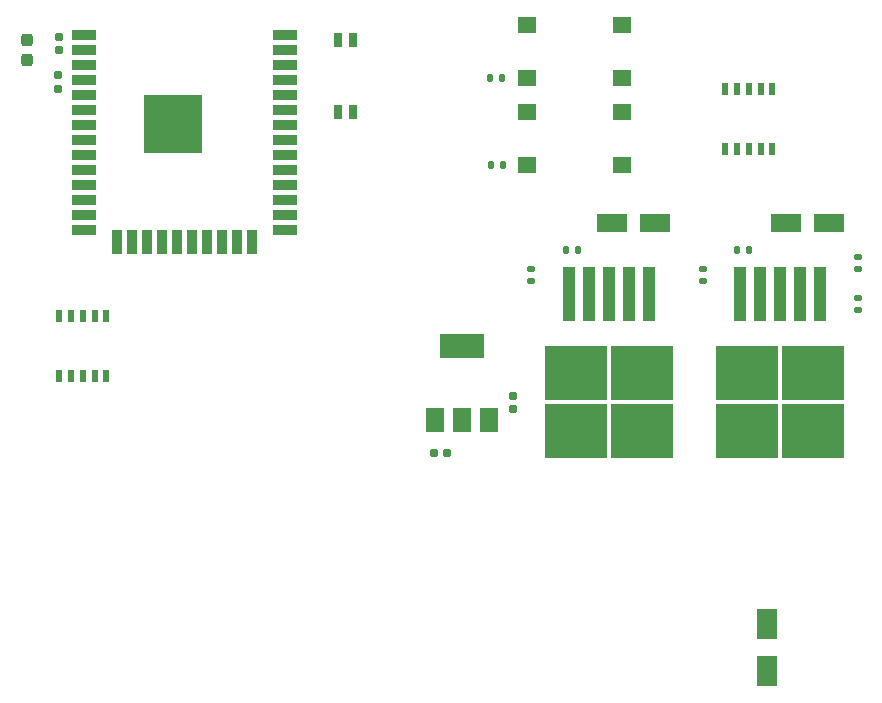
<source format=gbr>
%TF.GenerationSoftware,KiCad,Pcbnew,6.0.6-3a73a75311~116~ubuntu20.04.1*%
%TF.CreationDate,2022-07-05T17:12:33+08:00*%
%TF.ProjectId,ESP32_MAIN_V5,45535033-325f-44d4-9149-4e5f56352e6b,rev?*%
%TF.SameCoordinates,Original*%
%TF.FileFunction,Paste,Top*%
%TF.FilePolarity,Positive*%
%FSLAX46Y46*%
G04 Gerber Fmt 4.6, Leading zero omitted, Abs format (unit mm)*
G04 Created by KiCad (PCBNEW 6.0.6-3a73a75311~116~ubuntu20.04.1) date 2022-07-05 17:12:33*
%MOMM*%
%LPD*%
G01*
G04 APERTURE LIST*
G04 Aperture macros list*
%AMRoundRect*
0 Rectangle with rounded corners*
0 $1 Rounding radius*
0 $2 $3 $4 $5 $6 $7 $8 $9 X,Y pos of 4 corners*
0 Add a 4 corners polygon primitive as box body*
4,1,4,$2,$3,$4,$5,$6,$7,$8,$9,$2,$3,0*
0 Add four circle primitives for the rounded corners*
1,1,$1+$1,$2,$3*
1,1,$1+$1,$4,$5*
1,1,$1+$1,$6,$7*
1,1,$1+$1,$8,$9*
0 Add four rect primitives between the rounded corners*
20,1,$1+$1,$2,$3,$4,$5,0*
20,1,$1+$1,$4,$5,$6,$7,0*
20,1,$1+$1,$6,$7,$8,$9,0*
20,1,$1+$1,$8,$9,$2,$3,0*%
G04 Aperture macros list end*
%ADD10R,0.760000X1.250000*%
%ADD11R,1.800000X2.500000*%
%ADD12R,0.510000X1.100000*%
%ADD13R,5.250000X4.550000*%
%ADD14R,1.100000X4.600000*%
%ADD15R,5.000000X5.000000*%
%ADD16R,2.000000X0.900000*%
%ADD17R,0.900000X2.000000*%
%ADD18RoundRect,0.135000X-0.185000X0.135000X-0.185000X-0.135000X0.185000X-0.135000X0.185000X0.135000X0*%
%ADD19RoundRect,0.237500X0.237500X-0.300000X0.237500X0.300000X-0.237500X0.300000X-0.237500X-0.300000X0*%
%ADD20RoundRect,0.250000X-1.050000X-0.550000X1.050000X-0.550000X1.050000X0.550000X-1.050000X0.550000X0*%
%ADD21RoundRect,0.135000X0.185000X-0.135000X0.185000X0.135000X-0.185000X0.135000X-0.185000X-0.135000X0*%
%ADD22RoundRect,0.135000X-0.135000X-0.185000X0.135000X-0.185000X0.135000X0.185000X-0.135000X0.185000X0*%
%ADD23R,1.500000X2.000000*%
%ADD24R,3.800000X2.000000*%
%ADD25RoundRect,0.155000X0.155000X-0.212500X0.155000X0.212500X-0.155000X0.212500X-0.155000X-0.212500X0*%
%ADD26RoundRect,0.135000X0.135000X0.185000X-0.135000X0.185000X-0.135000X-0.185000X0.135000X-0.185000X0*%
%ADD27R,1.600000X1.400000*%
%ADD28RoundRect,0.155000X-0.155000X0.212500X-0.155000X-0.212500X0.155000X-0.212500X0.155000X0.212500X0*%
%ADD29RoundRect,0.155000X-0.212500X-0.155000X0.212500X-0.155000X0.212500X0.155000X-0.212500X0.155000X0*%
G04 APERTURE END LIST*
D10*
%TO.C,SW33*%
X141655800Y-40511400D03*
X140385800Y-40511400D03*
X140385800Y-46661400D03*
X141655800Y-46661400D03*
%TD*%
D11*
%TO.C,D1*%
X176682400Y-89998800D03*
X176682400Y-93998800D03*
%TD*%
D12*
%TO.C,MD2*%
X173133000Y-49794000D03*
X174133000Y-49794000D03*
X175133000Y-49794000D03*
X176133000Y-49794000D03*
X177133000Y-49794000D03*
X177133000Y-44694000D03*
X176133000Y-44694000D03*
X175133000Y-44694000D03*
X174133000Y-44694000D03*
X173133000Y-44694000D03*
%TD*%
D13*
%TO.C,U1*%
X166097000Y-73606000D03*
X160547000Y-73606000D03*
X160547000Y-68756000D03*
X166097000Y-68756000D03*
D14*
X166722000Y-62031000D03*
X165022000Y-62031000D03*
X163322000Y-62031000D03*
X161622000Y-62031000D03*
X159922000Y-62031000D03*
%TD*%
D15*
%TO.C,MCU1*%
X126381000Y-47632000D03*
D16*
X135881000Y-40132000D03*
X135881000Y-41402000D03*
X135881000Y-42672000D03*
X135881000Y-43942000D03*
X135881000Y-45212000D03*
X135881000Y-46482000D03*
X135881000Y-47752000D03*
X135881000Y-49022000D03*
X135881000Y-50292000D03*
X135881000Y-51562000D03*
X135881000Y-52832000D03*
X135881000Y-54102000D03*
X135881000Y-55372000D03*
X135881000Y-56642000D03*
D17*
X133096000Y-57642000D03*
X131826000Y-57642000D03*
X130556000Y-57642000D03*
X129286000Y-57642000D03*
X128016000Y-57642000D03*
X126746000Y-57642000D03*
X125476000Y-57642000D03*
X124206000Y-57642000D03*
X122936000Y-57642000D03*
X121666000Y-57642000D03*
D16*
X118881000Y-56642000D03*
X118881000Y-55372000D03*
X118881000Y-54102000D03*
X118881000Y-52832000D03*
X118881000Y-51562000D03*
X118881000Y-50292000D03*
X118881000Y-49022000D03*
X118881000Y-47752000D03*
X118881000Y-46482000D03*
X118881000Y-45212000D03*
X118881000Y-43942000D03*
X118881000Y-42672000D03*
X118881000Y-41402000D03*
X118881000Y-40132000D03*
%TD*%
D18*
%TO.C,R12*%
X156718000Y-59942000D03*
X156718000Y-60962000D03*
%TD*%
D19*
%TO.C,C41*%
X113995200Y-42267000D03*
X113995200Y-40542000D03*
%TD*%
D20*
%TO.C,C11*%
X163587000Y-55995000D03*
X167187000Y-55995000D03*
%TD*%
D21*
%TO.C,R62*%
X184353200Y-59895200D03*
X184353200Y-58875200D03*
%TD*%
D22*
%TO.C,R31*%
X153312400Y-51155600D03*
X154332400Y-51155600D03*
%TD*%
D23*
%TO.C,U0*%
X148576000Y-72746000D03*
X150876000Y-72746000D03*
D24*
X150876000Y-66446000D03*
D23*
X153176000Y-72746000D03*
%TD*%
D25*
%TO.C,C42*%
X116713000Y-41402000D03*
X116713000Y-40267000D03*
%TD*%
D26*
%TO.C,R21*%
X175133000Y-58293000D03*
X174113000Y-58293000D03*
%TD*%
D27*
%TO.C,SW31*%
X156375600Y-51155600D03*
X164375600Y-51155600D03*
X164375600Y-46655600D03*
X156375600Y-46655600D03*
%TD*%
%TO.C,SW32*%
X164375600Y-43753600D03*
X156375600Y-43753600D03*
X164375600Y-39253600D03*
X156375600Y-39253600D03*
%TD*%
D13*
%TO.C,U2*%
X180575000Y-68756000D03*
X175025000Y-73606000D03*
X180575000Y-73606000D03*
X175025000Y-68756000D03*
D14*
X181200000Y-62031000D03*
X179500000Y-62031000D03*
X177800000Y-62031000D03*
X176100000Y-62031000D03*
X174400000Y-62031000D03*
%TD*%
D28*
%TO.C,C31*%
X116687600Y-44661900D03*
X116687600Y-43526900D03*
%TD*%
D12*
%TO.C,MD1*%
X120745000Y-63871000D03*
X119745000Y-63871000D03*
X118745000Y-63871000D03*
X117745000Y-63871000D03*
X116745000Y-63871000D03*
X116745000Y-68971000D03*
X117745000Y-68971000D03*
X118745000Y-68971000D03*
X119745000Y-68971000D03*
X120745000Y-68971000D03*
%TD*%
D29*
%TO.C,C2*%
X148479700Y-75488800D03*
X149614700Y-75488800D03*
%TD*%
D20*
%TO.C,C21*%
X178300000Y-55995000D03*
X181900000Y-55995000D03*
%TD*%
D22*
%TO.C,R32*%
X153261600Y-43738800D03*
X154281600Y-43738800D03*
%TD*%
D18*
%TO.C,R22*%
X171246800Y-59891200D03*
X171246800Y-60911200D03*
%TD*%
D28*
%TO.C,C1*%
X155194000Y-71814500D03*
X155194000Y-70679500D03*
%TD*%
D26*
%TO.C,R11*%
X160657000Y-58293000D03*
X159637000Y-58293000D03*
%TD*%
D21*
%TO.C,R61*%
X184353200Y-63400400D03*
X184353200Y-62380400D03*
%TD*%
M02*

</source>
